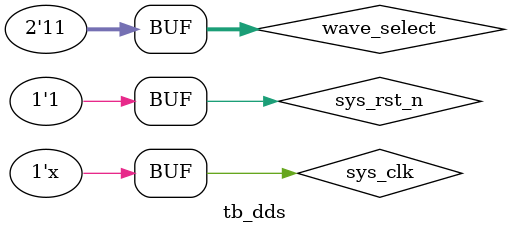
<source format=v>
`timescale  1ns/1ns

module  tb_dds();

//**************************************************************//
//*************** Parameter and Internal Signal ****************//
//**************************************************************//
//wire  define
//reg   define
reg            sys_clk     ;
reg            sys_rst_n   ;

reg         [1:0]wave_select;
wire        [7:0]data_out;
//**************************************************************//
//************************** Main Code *************************//
//**************************************************************//
//sys_rst_n,sys_clk,key
initial
    begin
        sys_clk     =  1'b0;
        sys_rst_n   <=  1'b0;
        //FREQ_CTRL   <= 32'd42949;//500
        wave_select <=  2'b11;
        #200;
        sys_rst_n   <=   1'b1;
        #10000
        wave_select <=  2'b11;
        #8000000;
        wave_select <=  2'b10;
        #8000000;
        wave_select <=  2'b01;
        #8000000;
        wave_select <=  2'b00;
        #8000000;
        wave_select <=  2'b11;
        #8000000;
    end
always #10 sys_clk = ~sys_clk;

//**************************************************************//
//************************ Instantiation ***********************//
//**************************************************************//
//------------- top_dds_inst -------------
dds   dds_inst
(
    .sys_clk     (sys_clk  ),   //系统时钟,50MHz
    .sys_rst_n   (sys_rst_n ),   //复位信号,低电平有效
    .wave_select (wave_select),   //输出波形选择
    .FREQ_CTRL   (FREQ_CTRL),
    .data_out    (data_out)    //波形输出
);

endmodule

</source>
